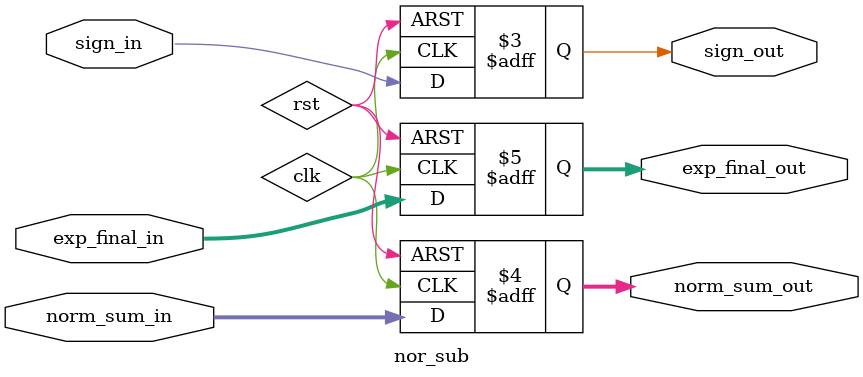
<source format=v>
module nor_sub (
    input sign_in, 
    input [10:0] norm_sum_in, 
    input [6:0] exp_final_in, 
    output reg sign_out, 
    output reg [10:0] norm_sum_out, 
    output reg [6:0] exp_final_out, 
);
    always @(posedge clk or negedge rst) begin
        if (!rst) begin
            sign_out <= 0;
            norm_sum_out <= 0;
            exp_final_out <= 0;
        end
        else begin
            sign_out <= sign_in;
            norm_sum_out <= norm_sum_in;
            exp_final_out <= exp_final_in;
        end
    end
    
endmodule
</source>
